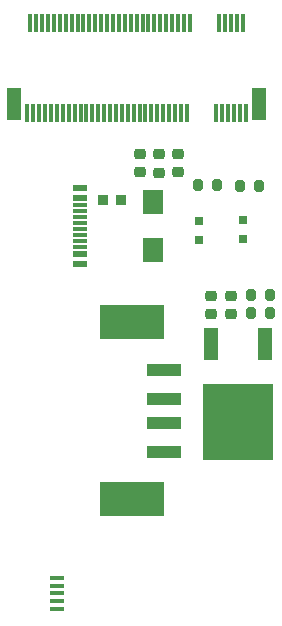
<source format=gbr>
%TF.GenerationSoftware,KiCad,Pcbnew,7.0.5*%
%TF.CreationDate,2023-08-28T16:59:48-05:00*%
%TF.ProjectId,Chimera_0002_thea,4368696d-6572-4615-9f30-3030325f7468,rev?*%
%TF.SameCoordinates,Original*%
%TF.FileFunction,Paste,Top*%
%TF.FilePolarity,Positive*%
%FSLAX46Y46*%
G04 Gerber Fmt 4.6, Leading zero omitted, Abs format (unit mm)*
G04 Created by KiCad (PCBNEW 7.0.5) date 2023-08-28 16:59:48*
%MOMM*%
%LPD*%
G01*
G04 APERTURE LIST*
G04 Aperture macros list*
%AMRoundRect*
0 Rectangle with rounded corners*
0 $1 Rounding radius*
0 $2 $3 $4 $5 $6 $7 $8 $9 X,Y pos of 4 corners*
0 Add a 4 corners polygon primitive as box body*
4,1,4,$2,$3,$4,$5,$6,$7,$8,$9,$2,$3,0*
0 Add four circle primitives for the rounded corners*
1,1,$1+$1,$2,$3*
1,1,$1+$1,$4,$5*
1,1,$1+$1,$6,$7*
1,1,$1+$1,$8,$9*
0 Add four rect primitives between the rounded corners*
20,1,$1+$1,$2,$3,$4,$5,0*
20,1,$1+$1,$4,$5,$6,$7,0*
20,1,$1+$1,$6,$7,$8,$9,0*
20,1,$1+$1,$8,$9,$2,$3,0*%
G04 Aperture macros list end*
%ADD10R,1.800000X2.000000*%
%ADD11RoundRect,0.225000X-0.250000X0.225000X-0.250000X-0.225000X0.250000X-0.225000X0.250000X0.225000X0*%
%ADD12RoundRect,0.200000X0.200000X0.275000X-0.200000X0.275000X-0.200000X-0.275000X0.200000X-0.275000X0*%
%ADD13R,0.300000X1.550013*%
%ADD14R,0.300000X1.524003*%
%ADD15R,1.300000X2.800000*%
%ADD16RoundRect,0.225000X0.250000X-0.225000X0.250000X0.225000X-0.250000X0.225000X-0.250000X-0.225000X0*%
%ADD17R,3.000000X1.000000*%
%ADD18R,5.499873X3.000000*%
%ADD19R,1.250013X0.400000*%
%ADD20R,6.000000X6.500025*%
%ADD21R,0.806477X0.864008*%
%ADD22R,0.800000X0.800000*%
%ADD23R,1.240005X0.600000*%
%ADD24R,1.240005X0.300000*%
G04 APERTURE END LIST*
D10*
%TO.C,U3*%
X113899975Y-114000102D03*
X113899975Y-110000102D03*
%TD*%
D11*
%TO.C,C3*%
X116000000Y-105900000D03*
X116000000Y-107450000D03*
%TD*%
D12*
%TO.C,R3*%
X123825000Y-119400000D03*
X122175000Y-119400000D03*
%TD*%
D11*
%TO.C,C4*%
X118800000Y-117925000D03*
X118800000Y-119475000D03*
%TD*%
D12*
%TO.C,R4*%
X123825000Y-117800000D03*
X122175000Y-117800000D03*
%TD*%
D13*
%TO.C,CN1*%
X121749872Y-102400000D03*
X121499936Y-94850088D03*
X121250000Y-102400000D03*
X120999809Y-94850088D03*
X120749872Y-102400000D03*
X120499936Y-94850088D03*
X120250000Y-102400000D03*
X119999809Y-94850088D03*
X119749872Y-102400000D03*
X119499936Y-94850088D03*
X119250000Y-102400000D03*
X116999809Y-94850088D03*
X116749872Y-102400000D03*
X116499936Y-94850088D03*
X116250000Y-102400000D03*
X115999809Y-94850088D03*
X115749872Y-102400000D03*
X115499936Y-94850088D03*
X115250000Y-102400000D03*
X114999809Y-94850088D03*
X114749872Y-102400000D03*
X114499936Y-94850088D03*
X114250000Y-102400000D03*
X113999809Y-94850088D03*
X113749872Y-102400000D03*
X113499936Y-94850088D03*
X113250000Y-102400000D03*
X112999809Y-94850088D03*
X112749872Y-102400000D03*
X112499936Y-94850088D03*
X112250000Y-102400000D03*
X111999809Y-94850088D03*
X111749872Y-102400000D03*
X111499936Y-94850342D03*
X111250000Y-102400000D03*
X110999809Y-94850342D03*
X110749872Y-102400000D03*
X110499936Y-94850342D03*
X110250000Y-102400000D03*
X109999809Y-94850342D03*
X109749872Y-102400000D03*
X109499936Y-94850342D03*
X109250000Y-102400000D03*
X108999809Y-94850342D03*
X108749872Y-102400000D03*
X108499936Y-94850342D03*
X108250000Y-102400000D03*
X107999809Y-94850342D03*
X107749872Y-102400000D03*
X107499936Y-94850342D03*
D14*
X107250000Y-102400254D03*
X106999809Y-94850342D03*
X106749872Y-102400254D03*
X106499936Y-94850342D03*
X106250000Y-102400254D03*
X105999809Y-94850342D03*
X105749872Y-102400254D03*
X105499936Y-94850342D03*
D13*
X105250000Y-102400000D03*
X104999809Y-94850342D03*
X104749872Y-102400000D03*
X104499936Y-94850342D03*
X104250000Y-102400000D03*
X103999809Y-94850342D03*
X103749872Y-102400000D03*
X103499936Y-94850342D03*
X103250000Y-102400000D03*
D15*
X102149923Y-101675082D03*
X122849949Y-101675082D03*
%TD*%
D12*
%TO.C,R1*%
X119325000Y-108500000D03*
X117675000Y-108500000D03*
%TD*%
%TO.C,R2*%
X122900000Y-108650000D03*
X121250000Y-108650000D03*
%TD*%
D16*
%TO.C,C5*%
X120500000Y-119475000D03*
X120500000Y-117925000D03*
%TD*%
D17*
%TO.C,USB2*%
X114844933Y-131150000D03*
X114844933Y-128649873D03*
X114844933Y-126649873D03*
X114844933Y-124150000D03*
D18*
X112145161Y-120149492D03*
X112145161Y-135150508D03*
%TD*%
D19*
%TO.C,USB1*%
X105749733Y-141800076D03*
X105749733Y-142450064D03*
X105749733Y-143100051D03*
X105749733Y-143750038D03*
X105749733Y-144400026D03*
%TD*%
D15*
%TO.C,Q1*%
X123372797Y-122008026D03*
D20*
X121100000Y-128591974D03*
D15*
X118827203Y-122008026D03*
%TD*%
D21*
%TO.C,F1*%
X109646634Y-109800000D03*
X111153366Y-109800000D03*
%TD*%
D11*
%TO.C,C2*%
X114400000Y-105925000D03*
X114400000Y-107475000D03*
%TD*%
%TO.C,C1*%
X112800000Y-105900000D03*
X112800000Y-107450000D03*
%TD*%
D22*
%TO.C,LED1*%
X121503429Y-113098934D03*
X121496571Y-111500000D03*
%TD*%
D23*
%TO.C,U1*%
X107718549Y-108800102D03*
X107718549Y-109599950D03*
D24*
X107718549Y-110750064D03*
X107718549Y-111750064D03*
X107718549Y-112249937D03*
X107718549Y-113249937D03*
D23*
X107718549Y-115199899D03*
X107718549Y-114400051D03*
D24*
X107718549Y-113750064D03*
X107718549Y-112750064D03*
X107718549Y-111249937D03*
X107718549Y-110249937D03*
%TD*%
D22*
%TO.C,LED2*%
X117803429Y-113198934D03*
X117796571Y-111600000D03*
%TD*%
M02*

</source>
